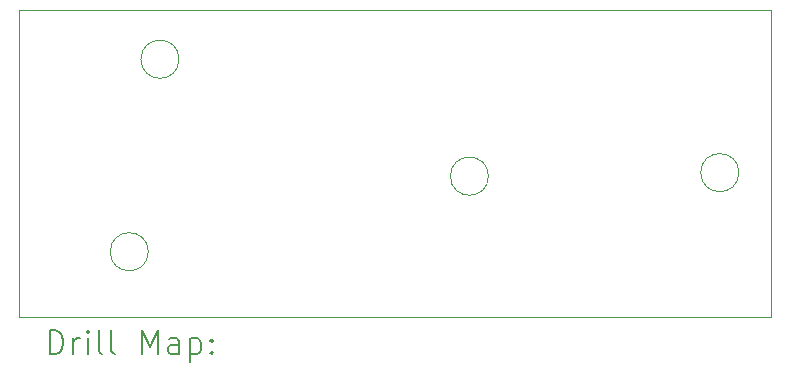
<source format=gbr>
%TF.GenerationSoftware,KiCad,Pcbnew,7.0.9*%
%TF.CreationDate,2024-06-09T17:27:19-04:00*%
%TF.ProjectId,PedalboardMain,50656461-6c62-46f6-9172-644d61696e2e,rev?*%
%TF.SameCoordinates,Original*%
%TF.FileFunction,Drillmap*%
%TF.FilePolarity,Positive*%
%FSLAX45Y45*%
G04 Gerber Fmt 4.5, Leading zero omitted, Abs format (unit mm)*
G04 Created by KiCad (PCBNEW 7.0.9) date 2024-06-09 17:27:19*
%MOMM*%
%LPD*%
G01*
G04 APERTURE LIST*
%ADD10C,0.100000*%
%ADD11C,0.200000*%
G04 APERTURE END LIST*
D10*
X16271245Y-9110000D02*
G75*
G03*
X16271245Y-9110000I-161245J0D01*
G01*
X13391245Y-9750000D02*
G75*
G03*
X13391245Y-9750000I-161245J0D01*
G01*
X12300000Y-7700000D02*
X18660000Y-7700000D01*
X18660000Y-10300000D01*
X12300000Y-10300000D01*
X12300000Y-7700000D01*
X18391245Y-9080000D02*
G75*
G03*
X18391245Y-9080000I-161245J0D01*
G01*
X13651245Y-8120000D02*
G75*
G03*
X13651245Y-8120000I-161245J0D01*
G01*
D11*
X12555777Y-10616484D02*
X12555777Y-10416484D01*
X12555777Y-10416484D02*
X12603396Y-10416484D01*
X12603396Y-10416484D02*
X12631967Y-10426008D01*
X12631967Y-10426008D02*
X12651015Y-10445055D01*
X12651015Y-10445055D02*
X12660539Y-10464103D01*
X12660539Y-10464103D02*
X12670062Y-10502198D01*
X12670062Y-10502198D02*
X12670062Y-10530770D01*
X12670062Y-10530770D02*
X12660539Y-10568865D01*
X12660539Y-10568865D02*
X12651015Y-10587912D01*
X12651015Y-10587912D02*
X12631967Y-10606960D01*
X12631967Y-10606960D02*
X12603396Y-10616484D01*
X12603396Y-10616484D02*
X12555777Y-10616484D01*
X12755777Y-10616484D02*
X12755777Y-10483150D01*
X12755777Y-10521246D02*
X12765301Y-10502198D01*
X12765301Y-10502198D02*
X12774824Y-10492674D01*
X12774824Y-10492674D02*
X12793872Y-10483150D01*
X12793872Y-10483150D02*
X12812920Y-10483150D01*
X12879586Y-10616484D02*
X12879586Y-10483150D01*
X12879586Y-10416484D02*
X12870062Y-10426008D01*
X12870062Y-10426008D02*
X12879586Y-10435531D01*
X12879586Y-10435531D02*
X12889110Y-10426008D01*
X12889110Y-10426008D02*
X12879586Y-10416484D01*
X12879586Y-10416484D02*
X12879586Y-10435531D01*
X13003396Y-10616484D02*
X12984348Y-10606960D01*
X12984348Y-10606960D02*
X12974824Y-10587912D01*
X12974824Y-10587912D02*
X12974824Y-10416484D01*
X13108158Y-10616484D02*
X13089110Y-10606960D01*
X13089110Y-10606960D02*
X13079586Y-10587912D01*
X13079586Y-10587912D02*
X13079586Y-10416484D01*
X13336729Y-10616484D02*
X13336729Y-10416484D01*
X13336729Y-10416484D02*
X13403396Y-10559341D01*
X13403396Y-10559341D02*
X13470062Y-10416484D01*
X13470062Y-10416484D02*
X13470062Y-10616484D01*
X13651015Y-10616484D02*
X13651015Y-10511722D01*
X13651015Y-10511722D02*
X13641491Y-10492674D01*
X13641491Y-10492674D02*
X13622443Y-10483150D01*
X13622443Y-10483150D02*
X13584348Y-10483150D01*
X13584348Y-10483150D02*
X13565301Y-10492674D01*
X13651015Y-10606960D02*
X13631967Y-10616484D01*
X13631967Y-10616484D02*
X13584348Y-10616484D01*
X13584348Y-10616484D02*
X13565301Y-10606960D01*
X13565301Y-10606960D02*
X13555777Y-10587912D01*
X13555777Y-10587912D02*
X13555777Y-10568865D01*
X13555777Y-10568865D02*
X13565301Y-10549817D01*
X13565301Y-10549817D02*
X13584348Y-10540293D01*
X13584348Y-10540293D02*
X13631967Y-10540293D01*
X13631967Y-10540293D02*
X13651015Y-10530770D01*
X13746253Y-10483150D02*
X13746253Y-10683150D01*
X13746253Y-10492674D02*
X13765301Y-10483150D01*
X13765301Y-10483150D02*
X13803396Y-10483150D01*
X13803396Y-10483150D02*
X13822443Y-10492674D01*
X13822443Y-10492674D02*
X13831967Y-10502198D01*
X13831967Y-10502198D02*
X13841491Y-10521246D01*
X13841491Y-10521246D02*
X13841491Y-10578389D01*
X13841491Y-10578389D02*
X13831967Y-10597436D01*
X13831967Y-10597436D02*
X13822443Y-10606960D01*
X13822443Y-10606960D02*
X13803396Y-10616484D01*
X13803396Y-10616484D02*
X13765301Y-10616484D01*
X13765301Y-10616484D02*
X13746253Y-10606960D01*
X13927205Y-10597436D02*
X13936729Y-10606960D01*
X13936729Y-10606960D02*
X13927205Y-10616484D01*
X13927205Y-10616484D02*
X13917682Y-10606960D01*
X13917682Y-10606960D02*
X13927205Y-10597436D01*
X13927205Y-10597436D02*
X13927205Y-10616484D01*
X13927205Y-10492674D02*
X13936729Y-10502198D01*
X13936729Y-10502198D02*
X13927205Y-10511722D01*
X13927205Y-10511722D02*
X13917682Y-10502198D01*
X13917682Y-10502198D02*
X13927205Y-10492674D01*
X13927205Y-10492674D02*
X13927205Y-10511722D01*
M02*

</source>
